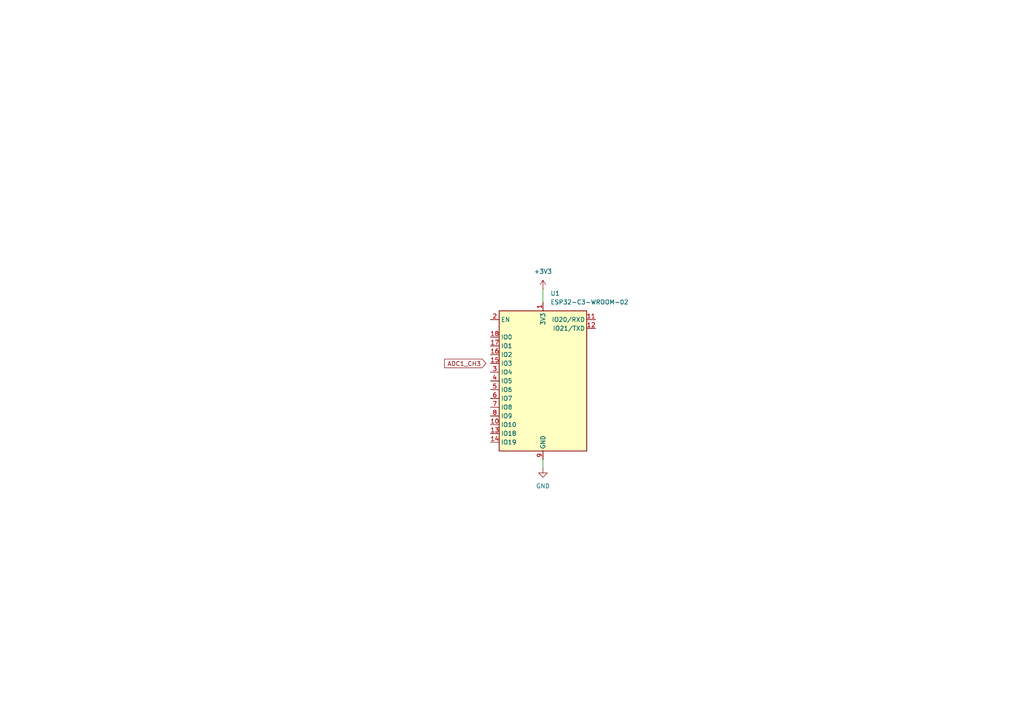
<source format=kicad_sch>
(kicad_sch (version 20250114) (generator "eeschema") (generator_version "9.0")
  (paper "A4")
  (lib_symbols
    (symbol "RF_Module:ESP32-C3-WROOM-02"
      (property "Reference" "U" (at -12.192 21.336 0))
      (property "Value" "ESP32-C3-WROOM-02" (at 12.192 21.336 0))
      (symbol "ESP32-C3-WROOM-02_1_1"
        (rectangle (start -12.7 20.32) (end 12.7 -20.32) (stroke (width 0.254)) (fill (type background)))
        (pin input line (at -15.24 17.78 0) (length 2.54) (name "EN") (number "2"))
        (pin bidirectional line (at -15.24 12.7 0) (length 2.54) (name "IO0") (number "18"))
        (pin bidirectional line (at -15.24 10.16 0) (length 2.54) (name "IO1") (number "17"))
        (pin bidirectional line (at -15.24 7.62 0) (length 2.54) (name "IO2") (number "16"))
        (pin bidirectional line (at -15.24 5.08 0) (length 2.54) (name "IO3") (number "15"))
        (pin bidirectional line (at -15.24 2.54 0) (length 2.54) (name "IO4") (number "3"))
        (pin bidirectional line (at -15.24 0 0) (length 2.54) (name "IO5") (number "4"))
        (pin bidirectional line (at -15.24 -2.54 0) (length 2.54) (name "IO6") (number "5"))
        (pin bidirectional line (at -15.24 -5.08 0) (length 2.54) (name "IO7") (number "6"))
        (pin bidirectional line (at -15.24 -7.62 0) (length 2.54) (name "IO8") (number "7"))
        (pin bidirectional line (at -15.24 -10.16 0) (length 2.54) (name "IO9") (number "8"))
        (pin bidirectional line (at -15.24 -12.7 0) (length 2.54) (name "IO10") (number "10"))
        (pin bidirectional line (at -15.24 -15.24 0) (length 2.54) (name "IO18") (number "13"))
        (pin bidirectional line (at -15.24 -17.78 0) (length 2.54) (name "IO19") (number "14"))
        (pin power_in line (at 0 22.86 270) (length 2.54) (name "3V3") (number "1"))
        (pin passive line (at 0 -22.86 90) (length 2.54) (hide yes) (name "GND") (number "19"))
        (pin power_in line (at 0 -22.86 90) (length 2.54) (name "GND") (number "9"))
        (pin bidirectional line (at 15.24 17.78 180) (length 2.54) (name "IO20/RXD") (number "11"))
        (pin bidirectional line (at 15.24 15.24 180) (length 2.54) (name "IO21/TXD") (number "12"))
      )
    )
    (symbol "power:+3V3" (power) (pin_numbers (hide yes)) (pin_names (offset 0) (hide yes))
      (property "Value" "+3V3" (at 0 3.556 0))
      (symbol "+3V3_0_1"
        (polyline (pts (xy -0.762 1.27) (xy 0 2.54)))
        (polyline (pts (xy 0 2.54) (xy 0.762 1.27)))
        (polyline (pts (xy 0 0) (xy 0 2.54)))
      )
      (symbol "+3V3_1_1"
        (pin power_in line (at 0 0 90) (length 0) (name "~") (number "1"))
      )
    )
    (symbol "power:GND" (power) (pin_numbers (hide yes)) (pin_names (offset 0) (hide yes))
      (property "Value" "GND" (at 0 -3.81 0))
      (symbol "GND_0_1"
        (polyline (pts (xy 0 0) (xy 0 -1.27) (xy 1.27 -1.27) (xy 0 -2.54) (xy -1.27 -1.27) (xy 0 -1.27)))
      )
      (symbol "GND_1_1"
        (pin power_in line (at 0 0 270) (length 0) (name "~") (number "1"))
      )
    )
  )
  (wire (pts (xy 157.48 83.82) (xy 157.48 87.63)))
  (wire (pts (xy 157.48 135.89) (xy 157.48 133.35)))
  (global_label "ADC1_CH3" (shape input) (at 140.97 105.41 180) (property "Intersheetrefs" "${INTERSHEET_REFS}" (effects (hide yes))))
  (symbol (lib_id "power:GND") (at 157.48 135.89 0) (unit 1)
    (property "Reference" "#PWR01" (effects (hide yes)))
    (property "Value" "GND" (at 157.48 140.97 0))
    (property "Description" "Power symbol creates a global label with name \"GND\" , ground" (effects (hide yes)))
  )
  (symbol (lib_id "power:+3V3") (at 157.48 83.82 0) (unit 1)
    (property "Reference" "#PWR02" (effects (hide yes)))
    (property "Value" "+3V3" (at 157.48 78.74 0))
    (property "Description" "Power symbol creates a global label with name \"+3V3\"" (effects (hide yes)))
  )
  (symbol (lib_id "RF_Module:ESP32-C3-WROOM-02") (at 157.48 110.49 0) (unit 1)
    (property "Reference" "U1" (at 159.6233 85.09 0) (effects (justify left)))
    (property "Value" "ESP32-C3-WROOM-02" (at 159.6233 87.63 0) (effects (justify left)))
    (property "Footprint" "RF_Module:ESP32-C3-WROOM-02" (effects (hide yes)))
    (property "Datasheet" "https://www.espressif.com/sites/default/files/documentation/esp32-c3-wroom-02_datasheet_en.pdf" (effects (hide yes)))
    (property "Description" "802.11 b/g/n Wi­Fi and Bluetooth 5 module, ESP32­C3 SoC, RISC­V microprocessor, On-board antenna" (effects (hide yes)))
  )
)
</source>
